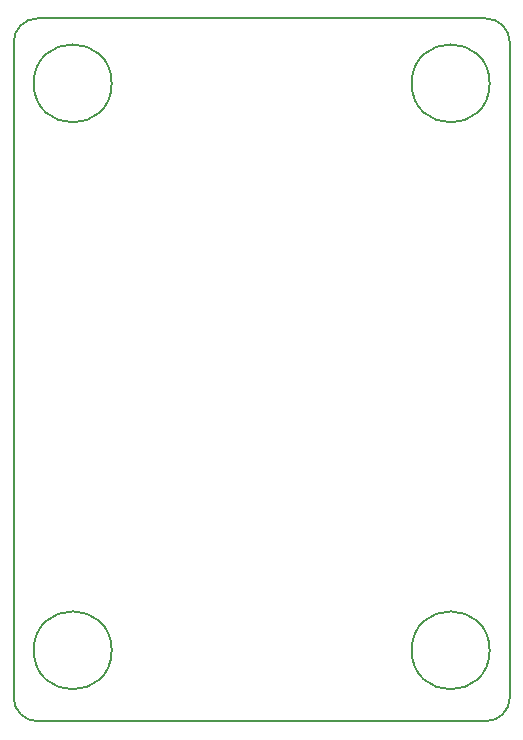
<source format=gbr>
%TF.GenerationSoftware,KiCad,Pcbnew,8.0.2*%
%TF.CreationDate,2024-11-10T18:03:59+01:00*%
%TF.ProjectId,ISP programmer Arduino Nano every,49535020-7072-46f6-9772-616d6d657220,rev?*%
%TF.SameCoordinates,Original*%
%TF.FileFunction,Profile,NP*%
%FSLAX46Y46*%
G04 Gerber Fmt 4.6, Leading zero omitted, Abs format (unit mm)*
G04 Created by KiCad (PCBNEW 8.0.2) date 2024-11-10 18:03:59*
%MOMM*%
%LPD*%
G01*
G04 APERTURE LIST*
%TA.AperFunction,Profile*%
%ADD10C,0.200000*%
%TD*%
G04 APERTURE END LIST*
D10*
X151300000Y-101000000D02*
G75*
G02*
X144700000Y-101000000I-3300000J0D01*
G01*
X144700000Y-101000000D02*
G75*
G02*
X151300000Y-101000000I3300000J0D01*
G01*
X111000000Y-105000000D02*
X111000000Y-49500000D01*
X119300000Y-101000000D02*
G75*
G02*
X112700000Y-101000000I-3300000J0D01*
G01*
X112700000Y-101000000D02*
G75*
G02*
X119300000Y-101000000I3300000J0D01*
G01*
X151300000Y-53000000D02*
G75*
G02*
X144700000Y-53000000I-3300000J0D01*
G01*
X144700000Y-53000000D02*
G75*
G02*
X151300000Y-53000000I3300000J0D01*
G01*
X113000000Y-107000000D02*
G75*
G02*
X111000000Y-105000000I0J2000000D01*
G01*
X113000000Y-107000000D02*
X151000000Y-107000000D01*
X153000000Y-105000000D02*
X153000000Y-49500000D01*
X151000000Y-47500000D02*
X113000000Y-47500000D01*
X151000000Y-47500000D02*
G75*
G02*
X153000000Y-49500000I0J-2000000D01*
G01*
X111000000Y-49500000D02*
G75*
G02*
X113000000Y-47500000I2000000J0D01*
G01*
X153000000Y-105000000D02*
G75*
G02*
X151000000Y-107000000I-2000000J0D01*
G01*
X119300000Y-53000000D02*
G75*
G02*
X112700000Y-53000000I-3300000J0D01*
G01*
X112700000Y-53000000D02*
G75*
G02*
X119300000Y-53000000I3300000J0D01*
G01*
M02*

</source>
